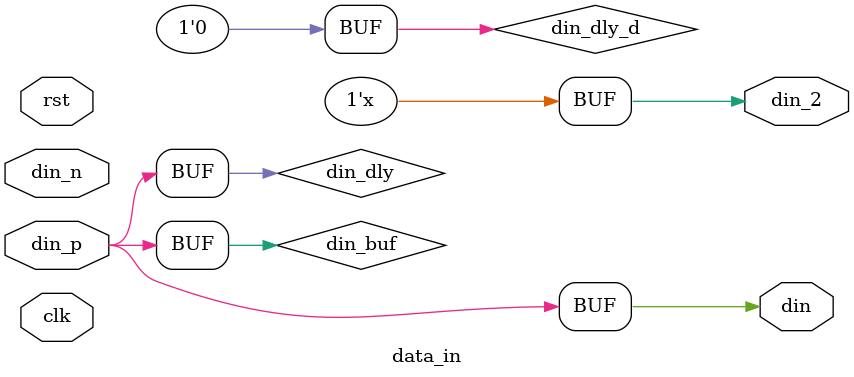
<source format=v>


module data_in #(

  // parameters

  parameter   SIGNAL_TYPE = "CMOS",
  parameter   DATA_WIDTH = 1,
  parameter   DATA_RATE = 0,
  parameter   ENABLE_DELAY = 0,
  parameter   DELAY_VALUE = 0,

  // bit with parameters

  localparam  W0 = DATA_WIDTH - 1

) (

  input             clk,
  input             rst,

  input   [ W0:0]   din_p,
  input   [ W0:0]   din_n,

  output  [ W0:0]   din,
  output  [ W0:0]   din_2

);

  // internal signals

  wire    [ W0:0]   din_buf;
  wire    [ W0:0]   din_dly;

  // internal registers

  reg     [ W0:0]   din_dly_d = 'b0;

  /* Create input buffers.
   * Current available options: "CMOS", "LVDS".
   */

  generate
  if (SIGNAL_TYPE == "LVDS") begin

    genvar i;
    for (i = 0; i < DATA_WIDTH; i = i + 1) begin
      IBUFDS #(
        .DIFF_TERM ("TRUE"),
        .IBUF_LOW_PWR ("FALSE"),
        .IOSTANDARD ("DEFAULT")
      ) ibufds (
        .I (din_p[i]),
        .IB (din_n[i]),
        .O (din_buf[i])
      );
    end

  end else begin

    assign din_buf = din_p;

  end
  endgenerate

  /* Add input delays, if requested.
   */

  generate
  if (ENABLE_DELAY) begin

    genvar i;
    for (i = 0; i < DATA_WIDTH; i = i + 1) begin
      IDELAYE2 #(
        .CINVCTRL_SEL ("FALSE"),
        .DELAY_SRC ("IDATAIN"),
        .HIGH_PERFORMANCE_MODE ("TRUE"),
        .IDELAY_TYPE ("FIXED"),
        .IDELAY_VALUE (DELAY_VALUE),
        .PIPE_SEL ("FALSE"),
        .REFCLK_FREQUENCY (400.0),
        .SIGNAL_PATTERN ("DATA")
      ) idelaye2 (
        .C (),
        .CE (),
        .CINVCTRL (),
        .CNTVALUEIN (),
        .DATAIN (),
        .IDATAIN (din_buf[i]),
        .CNTVALUEOUT (),
        .DATAOUT (din_dly[i]),
        .INC (),
        .LD (),
        .LDPIPEEN (),
        .REGRST ()
      );
    end

  end else begin

    assign din_dly = din_buf;

  end
  endgenerate

  /* Add DDR registers, if requested.
   */

  generate
  if (DATA_RATE == 2) begin

    genvar i;
    for (i = 0; i < DATA_WIDTH; i = i + 1) begin
      IDDR #(
        .DDR_CLK_EDGE ("SAME_EDGE"),
        .INIT_Q1 (1'b0),
        .INIT_Q2 (1'b0),
        .SRTYPE ("ASYNC")
      ) iddr (
        .C (clk),
        .CE (1'b1),
        .R (rst),
        .S (1'b0),
        .D (din_dly[i]),
        .Q1 (din[i]),
        .Q2 (din_2[i])
      );
    end

  end else if (DATA_RATE == 1) begin

    always @(posedge clk or posedge rst) begin
      if (rst) begin
        din_dly_d <= 'b0;
      end else begin
        din_dly_d <= din_dly;
      end
    end

    assign din = din_dly_d;
    assign din2 = 'bz;

  end else begin

    assign din = din_dly;
    assign din_2 = 'bz;

  end
  endgenerate

endmodule

</source>
